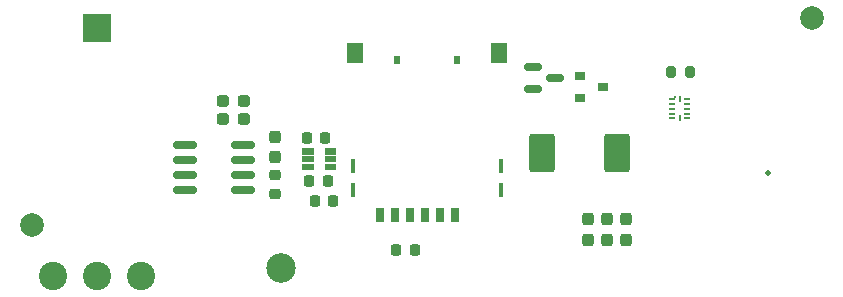
<source format=gbr>
%TF.GenerationSoftware,KiCad,Pcbnew,8.0.5*%
%TF.CreationDate,2024-10-31T16:03:57+00:00*%
%TF.ProjectId,BG95V4,42473935-5634-42e6-9b69-6361645f7063,rev?*%
%TF.SameCoordinates,Original*%
%TF.FileFunction,Soldermask,Top*%
%TF.FilePolarity,Negative*%
%FSLAX46Y46*%
G04 Gerber Fmt 4.6, Leading zero omitted, Abs format (unit mm)*
G04 Created by KiCad (PCBNEW 8.0.5) date 2024-10-31 16:03:57*
%MOMM*%
%LPD*%
G01*
G04 APERTURE LIST*
G04 Aperture macros list*
%AMRoundRect*
0 Rectangle with rounded corners*
0 $1 Rounding radius*
0 $2 $3 $4 $5 $6 $7 $8 $9 X,Y pos of 4 corners*
0 Add a 4 corners polygon primitive as box body*
4,1,4,$2,$3,$4,$5,$6,$7,$8,$9,$2,$3,0*
0 Add four circle primitives for the rounded corners*
1,1,$1+$1,$2,$3*
1,1,$1+$1,$4,$5*
1,1,$1+$1,$6,$7*
1,1,$1+$1,$8,$9*
0 Add four rect primitives between the rounded corners*
20,1,$1+$1,$2,$3,$4,$5,0*
20,1,$1+$1,$4,$5,$6,$7,0*
20,1,$1+$1,$6,$7,$8,$9,0*
20,1,$1+$1,$8,$9,$2,$3,0*%
G04 Aperture macros list end*
%ADD10C,0.010000*%
%ADD11RoundRect,0.218750X0.218750X0.256250X-0.218750X0.256250X-0.218750X-0.256250X0.218750X-0.256250X0*%
%ADD12RoundRect,0.218750X-0.256250X0.218750X-0.256250X-0.218750X0.256250X-0.218750X0.256250X0.218750X0*%
%ADD13RoundRect,0.250001X-0.837499X-1.399999X0.837499X-1.399999X0.837499X1.399999X-0.837499X1.399999X0*%
%ADD14RoundRect,0.237500X0.237500X-0.287500X0.237500X0.287500X-0.237500X0.287500X-0.237500X-0.287500X0*%
%ADD15RoundRect,0.237500X0.287500X0.237500X-0.287500X0.237500X-0.287500X-0.237500X0.287500X-0.237500X0*%
%ADD16RoundRect,0.237500X-0.237500X0.287500X-0.237500X-0.287500X0.237500X-0.287500X0.237500X0.287500X0*%
%ADD17RoundRect,0.150000X-0.825000X-0.150000X0.825000X-0.150000X0.825000X0.150000X-0.825000X0.150000X0*%
%ADD18R,0.900000X0.800000*%
%ADD19R,0.650000X1.150000*%
%ADD20R,0.450000X1.300000*%
%ADD21R,1.400000X1.700000*%
%ADD22R,0.540000X0.800000*%
%ADD23R,0.600000X0.200000*%
%ADD24R,0.150000X0.250000*%
%ADD25R,0.200000X0.600000*%
%ADD26RoundRect,0.200000X-0.200000X-0.275000X0.200000X-0.275000X0.200000X0.275000X-0.200000X0.275000X0*%
%ADD27R,2.400000X2.400000*%
%ADD28C,2.400000*%
%ADD29C,2.500000*%
%ADD30C,2.000000*%
%ADD31C,0.500000*%
%ADD32RoundRect,0.150000X-0.587500X-0.150000X0.587500X-0.150000X0.587500X0.150000X-0.587500X0.150000X0*%
G04 APERTURE END LIST*
D10*
%TO.C,D1*%
X30010000Y7525000D02*
X29108190Y7525000D01*
X29108190Y7974449D01*
X30010000Y7974449D01*
X30010000Y7525000D01*
G36*
X30010000Y7525000D02*
G01*
X29108190Y7525000D01*
X29108190Y7974449D01*
X30010000Y7974449D01*
X30010000Y7525000D01*
G37*
X31910000Y8175000D02*
X31010565Y8175000D01*
X31010565Y8625254D01*
X31910000Y8625254D01*
X31910000Y8175000D01*
G36*
X31910000Y8175000D02*
G01*
X31010565Y8175000D01*
X31010565Y8625254D01*
X31910000Y8625254D01*
X31910000Y8175000D01*
G37*
X30010000Y8175000D02*
X29109180Y8175000D01*
X29109180Y8625131D01*
X30010000Y8625131D01*
X30010000Y8175000D01*
G36*
X30010000Y8175000D02*
G01*
X29109180Y8175000D01*
X29109180Y8625131D01*
X30010000Y8625131D01*
X30010000Y8175000D01*
G37*
X31910000Y8825000D02*
X31010083Y8825000D01*
X31010083Y9275145D01*
X31910000Y9275145D01*
X31910000Y8825000D01*
G36*
X31910000Y8825000D02*
G01*
X31010083Y8825000D01*
X31010083Y9275145D01*
X31910000Y9275145D01*
X31910000Y8825000D01*
G37*
X30010000Y8825000D02*
X29109300Y8825000D01*
X29109300Y9275436D01*
X30010000Y9275436D01*
X30010000Y8825000D01*
G36*
X30010000Y8825000D02*
G01*
X29109300Y8825000D01*
X29109300Y9275436D01*
X30010000Y9275436D01*
X30010000Y8825000D01*
G37*
X31910000Y7525000D02*
X31010308Y7525000D01*
X31010308Y7974738D01*
X31910000Y7974738D01*
X31910000Y7525000D01*
G36*
X31910000Y7525000D02*
G01*
X31010308Y7525000D01*
X31010308Y7974738D01*
X31910000Y7974738D01*
X31910000Y7525000D01*
G37*
%TD*%
D11*
%TO.C,C1*%
X31297500Y6500000D03*
X29722500Y6500000D03*
%TD*%
%TO.C,C2*%
X31047500Y10190000D03*
X29472500Y10190000D03*
%TD*%
%TO.C,C3*%
X31750100Y4860000D03*
X30175100Y4860000D03*
%TD*%
D12*
%TO.C,C4*%
X26797000Y7010500D03*
X26797000Y5435500D03*
%TD*%
D13*
%TO.C,C6*%
X49390500Y8890000D03*
X55765500Y8890000D03*
%TD*%
D14*
%TO.C,C7*%
X53300000Y1525000D03*
X53300000Y3275000D03*
%TD*%
D15*
%TO.C,C8*%
X24141400Y11734800D03*
X22391400Y11734800D03*
%TD*%
D14*
%TO.C,C9*%
X54900000Y1525000D03*
X54900000Y3275000D03*
%TD*%
D15*
%TO.C,C10*%
X24141400Y13309600D03*
X22391400Y13309600D03*
%TD*%
D14*
%TO.C,C11*%
X56500000Y1525000D03*
X56500000Y3275000D03*
%TD*%
D16*
%TO.C,C12*%
X26797000Y10287000D03*
X26797000Y8537000D03*
%TD*%
D17*
%TO.C,Q2*%
X19150000Y9555000D03*
X19150000Y8285000D03*
X19150000Y7015000D03*
X19150000Y5745000D03*
X24100000Y5745000D03*
X24100000Y7015000D03*
X24100000Y8285000D03*
X24100000Y9555000D03*
%TD*%
D18*
%TO.C,Q8*%
X52594000Y15428000D03*
X52594000Y13528000D03*
X54594000Y14478000D03*
%TD*%
D11*
%TO.C,R1*%
X38658900Y711200D03*
X37083900Y711200D03*
%TD*%
D19*
%TO.C,J11*%
X36945000Y3605000D03*
X39485000Y3605000D03*
X42025000Y3605000D03*
X35675000Y3605000D03*
X38215000Y3605000D03*
X40755000Y3605000D03*
D20*
X33430000Y5775000D03*
X33430000Y7775000D03*
X45970000Y5775000D03*
X45970000Y7775000D03*
D21*
X45805000Y17335000D03*
X33595000Y17335000D03*
D22*
X37160000Y16755000D03*
X42240000Y16755000D03*
%TD*%
D23*
%TO.C,U2*%
X60425000Y13425000D03*
D24*
X60650000Y13600000D03*
D23*
X60425000Y13025000D03*
X60425000Y12625000D03*
X60425000Y12225000D03*
X60425000Y11825000D03*
D25*
X61075000Y11825000D03*
D23*
X61725000Y11825000D03*
X61725000Y12225000D03*
X61725000Y12625000D03*
X61725000Y13025000D03*
X61725000Y13425000D03*
D25*
X61075000Y13425000D03*
%TD*%
D26*
%TO.C,R3*%
X60300000Y15725000D03*
X61950000Y15725000D03*
%TD*%
D27*
%TO.C,BT1*%
X11750000Y19500000D03*
D28*
X11750000Y-1500000D03*
X15500000Y-1500000D03*
X8000000Y-1500000D03*
%TD*%
D29*
%TO.C,H1*%
X27330400Y-863600D03*
%TD*%
D30*
%TO.C,FID1*%
X72237600Y20294600D03*
%TD*%
%TO.C,FID4*%
X6223000Y2794000D03*
%TD*%
D31*
%TO.C,TP1*%
X68520000Y7210000D03*
%TD*%
D32*
%TO.C,Q3*%
X48671000Y16190000D03*
X48671000Y14290000D03*
X50546000Y15240000D03*
%TD*%
M02*

</source>
